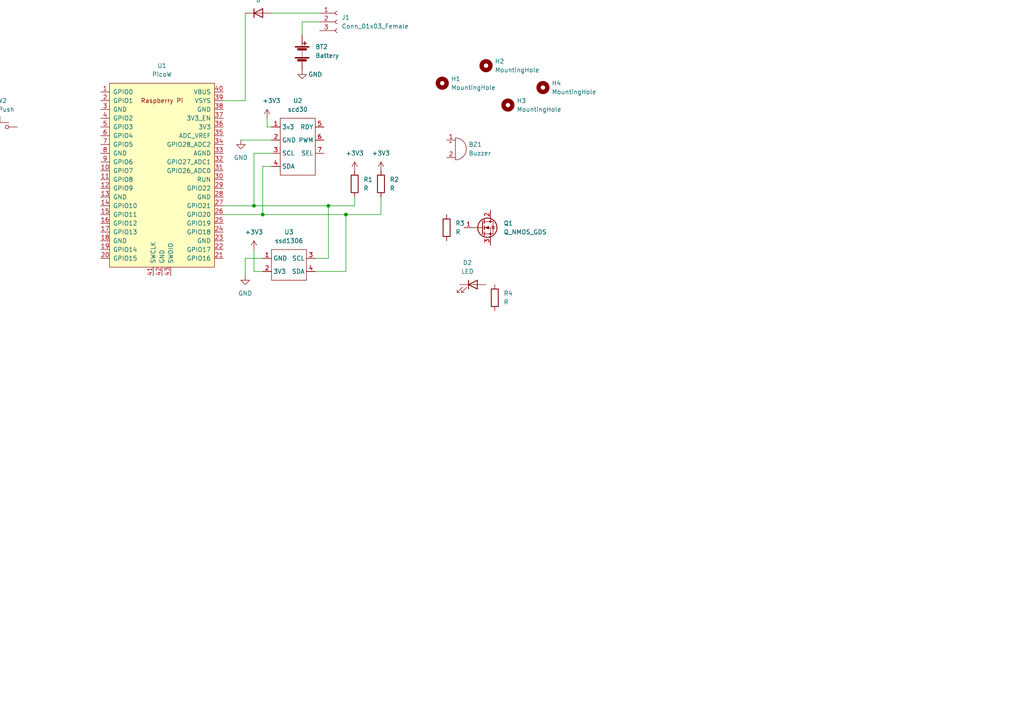
<source format=kicad_sch>
(kicad_sch (version 20211123) (generator eeschema)
  (paper "A4")
  (lib_symbols
    (symbol "Connector:Conn_01x03_Female" (pin_names (offset 1.016) hide)
      (property "Reference" "J" (at 0 5.08 0))
      (property "Value" "Conn_01x03_Female" (at 0 -5.08 0))
      (symbol "Conn_01x03_Female_1_1"
        (arc (start 0 -2.032) (mid -0.508 -2.54) (end 0 -3.048) (stroke (width 0.1524)))
        (polyline (pts (xy -1.27 -2.54) (xy -0.508 -2.54)) (stroke (width 0.1524)))
        (polyline (pts (xy -1.27 0) (xy -0.508 0)) (stroke (width 0.1524)))
        (polyline (pts (xy -1.27 2.54) (xy -0.508 2.54)) (stroke (width 0.1524)))
        (arc (start 0 0.508) (mid -0.508 0) (end 0 -0.508) (stroke (width 0.1524)))
        (arc (start 0 3.048) (mid -0.508 2.54) (end 0 2.032) (stroke (width 0.1524)))
        (pin passive line (at -5.08 2.54 0) (length 3.81) (name "Pin_1") (number "1"))
        (pin passive line (at -5.08 0 0) (length 3.81) (name "Pin_2") (number "2"))
        (pin passive line (at -5.08 -2.54 0) (length 3.81) (name "Pin_3") (number "3"))
      )
    )
    (symbol "Device:Battery" (pin_numbers hide) (pin_names (offset 0) hide)
      (property "Reference" "BT" (at 2.54 2.54 0))
      (property "Value" "Battery" (at 2.54 0 0))
      (symbol "Battery_0_1"
        (rectangle (start -2.032 -1.397) (end 2.032 -1.651) (fill (type outline)))
        (rectangle (start -2.032 1.778) (end 2.032 1.524) (fill (type outline)))
        (rectangle (start -1.3208 -1.9812) (end 1.27 -2.4892) (fill (type outline)))
        (rectangle (start -1.3208 1.1938) (end 1.27 0.6858) (fill (type outline)))
        (polyline (pts (xy 0 -1.524) (xy 0 -1.27)))
        (polyline (pts (xy 0 -1.016) (xy 0 -0.762)))
        (polyline (pts (xy 0 -0.508) (xy 0 -0.254)))
        (polyline (pts (xy 0 0) (xy 0 0.254)))
        (polyline (pts (xy 0 0.508) (xy 0 0.762)))
        (polyline (pts (xy 0 1.778) (xy 0 2.54)))
        (polyline (pts (xy 0.254 2.667) (xy 1.27 2.667)) (stroke (width 0.254)))
        (polyline (pts (xy 0.762 3.175) (xy 0.762 2.159)) (stroke (width 0.254)))
      )
      (symbol "Battery_1_1"
        (pin passive line (at 0 5.08 270) (length 2.54) (name "+") (number "1"))
        (pin passive line (at 0 -5.08 90) (length 2.54) (name "-") (number "2"))
      )
    )
    (symbol "Device:Buzzer" (pin_names (offset 0.0254) hide)
      (property "Reference" "BZ" (at 3.81 1.27 0))
      (property "Value" "Buzzer" (at 3.81 -1.27 0))
      (symbol "Buzzer_0_1"
        (arc (start 0 -3.175) (mid 3.175 0) (end 0 3.175))
        (polyline (pts (xy -1.651 1.905) (xy -1.143 1.905)))
        (polyline (pts (xy -1.397 2.159) (xy -1.397 1.651)))
        (polyline (pts (xy 0 3.175) (xy 0 -3.175)))
      )
      (symbol "Buzzer_1_1"
        (pin passive line (at -2.54 2.54 0) (length 2.54) (name "-") (number "1"))
        (pin passive line (at -2.54 -2.54 0) (length 2.54) (name "+") (number "2"))
      )
    )
    (symbol "Device:D" (pin_numbers hide) (pin_names (offset 1.016) hide)
      (property "Reference" "D" (at 0 2.54 0))
      (property "Value" "D" (at 0 -2.54 0))
      (symbol "D_0_1"
        (polyline (pts (xy -1.27 1.27) (xy -1.27 -1.27)) (stroke (width 0.254)))
        (polyline (pts (xy 1.27 0) (xy -1.27 0)))
        (polyline (pts (xy 1.27 1.27) (xy 1.27 -1.27) (xy -1.27 0) (xy 1.27 1.27)) (stroke (width 0.254)))
      )
      (symbol "D_1_1"
        (pin passive line (at -3.81 0 0) (length 2.54) (name "K") (number "1"))
        (pin passive line (at 3.81 0 180) (length 2.54) (name "A") (number "2"))
      )
    )
    (symbol "Device:LED" (pin_numbers hide) (pin_names (offset 1.016) hide)
      (property "Reference" "D" (at 0 2.54 0))
      (property "Value" "LED" (at 0 -2.54 0))
      (symbol "LED_0_1"
        (polyline (pts (xy -1.27 -1.27) (xy -1.27 1.27)) (stroke (width 0.254)))
        (polyline (pts (xy -1.27 0) (xy 1.27 0)))
        (polyline (pts (xy 1.27 -1.27) (xy 1.27 1.27) (xy -1.27 0) (xy 1.27 -1.27)) (stroke (width 0.254)))
        (polyline (pts (xy -3.048 -0.762) (xy -4.572 -2.286) (xy -3.81 -2.286) (xy -4.572 -2.286) (xy -4.572 -1.524)))
        (polyline (pts (xy -1.778 -0.762) (xy -3.302 -2.286) (xy -2.54 -2.286) (xy -3.302 -2.286) (xy -3.302 -1.524)))
      )
      (symbol "LED_1_1"
        (pin passive line (at -3.81 0 0) (length 2.54) (name "K") (number "1"))
        (pin passive line (at 3.81 0 180) (length 2.54) (name "A") (number "2"))
      )
    )
    (symbol "Device:Q_NMOS_GDS" (pin_names (offset 0) hide)
      (property "Reference" "Q" (at 5.08 1.27 0))
      (property "Value" "Q_NMOS_GDS" (at 5.08 -1.27 0))
      (symbol "Q_NMOS_GDS_0_1"
        (polyline (pts (xy 0.254 0) (xy -2.54 0)))
        (polyline (pts (xy 0.254 1.905) (xy 0.254 -1.905)) (stroke (width 0.254)))
        (polyline (pts (xy 0.762 -1.27) (xy 0.762 -2.286)) (stroke (width 0.254)))
        (polyline (pts (xy 0.762 0.508) (xy 0.762 -0.508)) (stroke (width 0.254)))
        (polyline (pts (xy 0.762 2.286) (xy 0.762 1.27)) (stroke (width 0.254)))
        (polyline (pts (xy 2.54 2.54) (xy 2.54 1.778)))
        (polyline (pts (xy 2.54 -2.54) (xy 2.54 0) (xy 0.762 0)))
        (polyline (pts (xy 0.762 -1.778) (xy 3.302 -1.778) (xy 3.302 1.778) (xy 0.762 1.778)))
        (polyline (pts (xy 1.016 0) (xy 2.032 0.381) (xy 2.032 -0.381) (xy 1.016 0)) (fill (type outline)))
        (polyline (pts (xy 2.794 0.508) (xy 2.921 0.381) (xy 3.683 0.381) (xy 3.81 0.254)))
        (polyline (pts (xy 3.302 0.381) (xy 2.921 -0.254) (xy 3.683 -0.254) (xy 3.302 0.381)))
        (circle (center 1.651 0) (radius 2.794) (stroke (width 0.254)))
        (circle (center 2.54 -1.778) (radius 0.254) (fill (type outline)))
        (circle (center 2.54 1.778) (radius 0.254) (fill (type outline)))
      )
      (symbol "Q_NMOS_GDS_1_1"
        (pin input line (at -5.08 0 0) (length 2.54) (name "G") (number "1"))
        (pin passive line (at 2.54 5.08 270) (length 2.54) (name "D") (number "2"))
        (pin passive line (at 2.54 -5.08 90) (length 2.54) (name "S") (number "3"))
      )
    )
    (symbol "Device:R" (pin_numbers hide) (pin_names (offset 0))
      (property "Reference" "R" (at 2.032 0 90))
      (property "Value" "R" (at 0 0 90))
      (symbol "R_0_1"
        (rectangle (start -1.016 -2.54) (end 1.016 2.54) (stroke (width 0.254)))
      )
      (symbol "R_1_1"
        (pin passive line (at 0 3.81 270) (length 1.27) (name "~") (number "1"))
        (pin passive line (at 0 -3.81 90) (length 1.27) (name "~") (number "2"))
      )
    )
    (symbol "Mechanical:MountingHole" (pin_names (offset 1.016))
      (property "Reference" "H" (at 0 5.08 0))
      (property "Value" "MountingHole" (at 0 3.175 0))
      (symbol "MountingHole_0_1"
        (circle (center 0 0) (radius 1.27) (stroke (width 1.27)))
      )
    )
    (symbol "RPi_Pico:PicoW" (pin_names (offset 1.016))
      (property "Reference" "U" (at -13.97 27.94 0))
      (property "Value" "PicoW" (at 0 19.05 0))
      (symbol "PicoW_0_0"
        (text "Raspberry Pi" (at 0 21.59 0) (effects (font (size 1.27 1.27))))
      )
      (symbol "PicoW_0_1"
        (rectangle (start -15.24 26.67) (end 15.24 -26.67) (fill (type background)))
      )
      (symbol "PicoW_1_1"
        (pin bidirectional line (at -17.78 24.13 0) (length 2.54) (name "GPIO0") (number "1"))
        (pin bidirectional line (at -17.78 1.27 0) (length 2.54) (name "GPIO7") (number "10"))
        (pin bidirectional line (at -17.78 -1.27 0) (length 2.54) (name "GPIO8") (number "11"))
        (pin bidirectional line (at -17.78 -3.81 0) (length 2.54) (name "GPIO9") (number "12"))
        (pin power_in line (at -17.78 -6.35 0) (length 2.54) (name "GND") (number "13"))
        (pin bidirectional line (at -17.78 -8.89 0) (length 2.54) (name "GPIO10") (number "14"))
        (pin bidirectional line (at -17.78 -11.43 0) (length 2.54) (name "GPIO11") (number "15"))
        (pin bidirectional line (at -17.78 -13.97 0) (length 2.54) (name "GPIO12") (number "16"))
        (pin bidirectional line (at -17.78 -16.51 0) (length 2.54) (name "GPIO13") (number "17"))
        (pin power_in line (at -17.78 -19.05 0) (length 2.54) (name "GND") (number "18"))
        (pin bidirectional line (at -17.78 -21.59 0) (length 2.54) (name "GPIO14") (number "19"))
        (pin bidirectional line (at -17.78 21.59 0) (length 2.54) (name "GPIO1") (number "2"))
        (pin bidirectional line (at -17.78 -24.13 0) (length 2.54) (name "GPIO15") (number "20"))
        (pin bidirectional line (at 17.78 -24.13 180) (length 2.54) (name "GPIO16") (number "21"))
        (pin bidirectional line (at 17.78 -21.59 180) (length 2.54) (name "GPIO17") (number "22"))
        (pin power_in line (at 17.78 -19.05 180) (length 2.54) (name "GND") (number "23"))
        (pin bidirectional line (at 17.78 -16.51 180) (length 2.54) (name "GPIO18") (number "24"))
        (pin bidirectional line (at 17.78 -13.97 180) (length 2.54) (name "GPIO19") (number "25"))
        (pin bidirectional line (at 17.78 -11.43 180) (length 2.54) (name "GPIO20") (number "26"))
        (pin bidirectional line (at 17.78 -8.89 180) (length 2.54) (name "GPIO21") (number "27"))
        (pin power_in line (at 17.78 -6.35 180) (length 2.54) (name "GND") (number "28"))
        (pin bidirectional line (at 17.78 -3.81 180) (length 2.54) (name "GPIO22") (number "29"))
        (pin power_in line (at -17.78 19.05 0) (length 2.54) (name "GND") (number "3"))
        (pin input line (at 17.78 -1.27 180) (length 2.54) (name "RUN") (number "30"))
        (pin bidirectional line (at 17.78 1.27 180) (length 2.54) (name "GPIO26_ADC0") (number "31"))
        (pin bidirectional line (at 17.78 3.81 180) (length 2.54) (name "GPIO27_ADC1") (number "32"))
        (pin power_in line (at 17.78 6.35 180) (length 2.54) (name "AGND") (number "33"))
        (pin bidirectional line (at 17.78 8.89 180) (length 2.54) (name "GPIO28_ADC2") (number "34"))
        (pin unspecified line (at 17.78 11.43 180) (length 2.54) (name "ADC_VREF") (number "35"))
        (pin unspecified line (at 17.78 13.97 180) (length 2.54) (name "3V3") (number "36"))
        (pin input line (at 17.78 16.51 180) (length 2.54) (name "3V3_EN") (number "37"))
        (pin bidirectional line (at 17.78 19.05 180) (length 2.54) (name "GND") (number "38"))
        (pin unspecified line (at 17.78 21.59 180) (length 2.54) (name "VSYS") (number "39"))
        (pin bidirectional line (at -17.78 16.51 0) (length 2.54) (name "GPIO2") (number "4"))
        (pin unspecified line (at 17.78 24.13 180) (length 2.54) (name "VBUS") (number "40"))
        (pin input line (at -2.54 -29.21 90) (length 2.54) (name "SWCLK") (number "41"))
        (pin power_in line (at 0 -29.21 90) (length 2.54) (name "GND") (number "42"))
        (pin bidirectional line (at 2.54 -29.21 90) (length 2.54) (name "SWDIO") (number "43"))
        (pin bidirectional line (at -17.78 13.97 0) (length 2.54) (name "GPIO3") (number "5"))
        (pin bidirectional line (at -17.78 11.43 0) (length 2.54) (name "GPIO4") (number "6"))
        (pin bidirectional line (at -17.78 8.89 0) (length 2.54) (name "GPIO5") (number "7"))
        (pin power_in line (at -17.78 6.35 0) (length 2.54) (name "GND") (number "8"))
        (pin bidirectional line (at -17.78 3.81 0) (length 2.54) (name "GPIO6") (number "9"))
      )
    )
    (symbol "Switch:SW_Push" (pin_numbers hide) (pin_names (offset 1.016) hide)
      (property "Reference" "SW" (at 1.27 2.54 0))
      (property "Value" "SW_Push" (at 0 -1.524 0))
      (symbol "SW_Push_0_1"
        (circle (center -2.032 0) (radius 0.508))
        (polyline (pts (xy 0 1.27) (xy 0 3.048)))
        (polyline (pts (xy 2.54 1.27) (xy -2.54 1.27)))
        (circle (center 2.032 0) (radius 0.508))
        (pin passive line (at -5.08 0 0) (length 2.54) (name "1") (number "1"))
        (pin passive line (at 5.08 0 180) (length 2.54) (name "2") (number "2"))
      )
    )
    (symbol "picoco2:ssd1306"
      (property "Reference" "U" (at 0 0 0))
      (property "Value" "ssd1306" (at 0 0 0))
      (symbol "ssd1306_0_1"
        (rectangle (start 3.81 -1.27) (end -6.35 -10.16))
      )
      (symbol "ssd1306_1_1"
        (pin input line (at -8.89 -3.81 0) (length 2.54) (name "GND") (number "1"))
        (pin input line (at -8.89 -7.62 0) (length 2.54) (name "3V3") (number "2"))
        (pin input line (at 6.35 -3.81 180) (length 2.54) (name "SCL") (number "3"))
        (pin input line (at 6.35 -7.62 180) (length 2.54) (name "SDA") (number "4"))
      )
    )
    (symbol "power:+3V3" (power) (pin_names (offset 0))
      (property "Value" "+3V3" (at 0 3.556 0))
      (symbol "+3V3_0_1"
        (polyline (pts (xy -0.762 1.27) (xy 0 2.54)))
        (polyline (pts (xy 0 0) (xy 0 2.54)))
        (polyline (pts (xy 0 2.54) (xy 0.762 1.27)))
      )
      (symbol "+3V3_1_1"
        (pin power_in line (at 0 0 90) (length 0) hide (name "+3V3") (number "1"))
      )
    )
    (symbol "power:GND" (power) (pin_names (offset 0))
      (property "Value" "GND" (at 0 -3.81 0))
      (symbol "GND_0_1"
        (polyline (pts (xy 0 0) (xy 0 -1.27) (xy 1.27 -1.27) (xy 0 -2.54) (xy -1.27 -1.27) (xy 0 -1.27)))
      )
      (symbol "GND_1_1"
        (pin power_in line (at 0 0 270) (length 0) hide (name "GND") (number "1"))
      )
    )
    (symbol "scd30:scd30"
      (property "Reference" "U" (at 1.27 3.81 0))
      (property "Value" "scd30" (at 1.27 6.35 0))
      (symbol "scd30_0_1"
        (rectangle (start -3.81 2.54) (end 6.35 -13.97))
      )
      (symbol "scd30_1_1"
        (pin input line (at -6.35 0 0) (length 2.54) (name "3v3") (number "1"))
        (pin input line (at -6.35 -3.81 0) (length 2.54) (name "GND") (number "2"))
        (pin input line (at -6.35 -7.62 0) (length 2.54) (name "SCL") (number "3"))
        (pin input line (at -6.35 -11.43 0) (length 2.54) (name "SDA") (number "4"))
        (pin input line (at 8.89 0 180) (length 2.54) (name "RDY") (number "5"))
        (pin input line (at 8.89 -3.81 180) (length 2.54) (name "PWM") (number "6"))
        (pin input line (at 8.89 -7.62 180) (length 2.54) (name "SEL") (number "7"))
      )
    )
  )
  (junction (at 95.25 59.69))
  (junction (at 73.66 59.69))
  (junction (at 100.33 62.23))
  (junction (at 76.2 62.23))
  (wire (pts (xy 95.25 59.69) (xy 102.87 59.69)))
  (wire (pts (xy 78.74 3.81) (xy 92.71 3.81)))
  (wire (pts (xy 73.66 59.69) (xy 95.25 59.69)))
  (wire (pts (xy 100.33 78.74) (xy 100.33 62.23)))
  (wire (pts (xy 73.66 72.39) (xy 73.66 78.74)))
  (wire (pts (xy 92.71 6.35) (xy 87.63 6.35)))
  (wire (pts (xy 76.2 62.23) (xy 100.33 62.23)))
  (wire (pts (xy 71.12 3.81) (xy 71.12 29.21)))
  (wire (pts (xy 91.44 78.74) (xy 100.33 78.74)))
  (wire (pts (xy 76.2 48.26) (xy 76.2 62.23)))
  (wire (pts (xy 78.74 48.26) (xy 76.2 48.26)))
  (wire (pts (xy 69.85 40.64) (xy 78.74 40.64)))
  (wire (pts (xy 91.44 74.93) (xy 95.25 74.93)))
  (wire (pts (xy 73.66 59.69) (xy 73.66 44.45)))
  (wire (pts (xy 71.12 74.93) (xy 71.12 80.01)))
  (wire (pts (xy 100.33 62.23) (xy 110.49 62.23)))
  (wire (pts (xy 77.47 34.29) (xy 77.47 36.83)))
  (wire (pts (xy 87.63 6.35) (xy 87.63 10.16)))
  (wire (pts (xy 76.2 74.93) (xy 71.12 74.93)))
  (wire (pts (xy 78.74 36.83) (xy 77.47 36.83)))
  (wire (pts (xy 102.87 57.15) (xy 102.87 59.69)))
  (wire (pts (xy 76.2 78.74) (xy 73.66 78.74)))
  (wire (pts (xy 73.66 44.45) (xy 78.74 44.45)))
  (wire (pts (xy 76.2 62.23) (xy 64.77 62.23)))
  (wire (pts (xy 64.77 59.69) (xy 73.66 59.69)))
  (wire (pts (xy 95.25 74.93) (xy 95.25 59.69)))
  (wire (pts (xy 110.49 62.23) (xy 110.49 57.15)))
  (wire (pts (xy 64.77 29.21) (xy 71.12 29.21)))
  (text "batt on/off" (at 90.17 0 0) (effects (font (size 1.27 1.27)) (justify left bottom)))
  (symbol (lib_id "Connector:Conn_01x03_Female") (at 97.79 6.35 0) (unit 1)
    (property "Reference" "J1" (at 99.06 5.0799 0) (effects (justify left)))
    (property "Value" "Conn_01x03_Female" (at 99.06 7.6199 0) (effects (justify left)))
    (property "Footprint" "Connector_PinSocket_2.54mm:PinSocket_1x03_P2.54mm_Vertical" (effects hide))
  )
  (symbol (lib_id "power:+3V3") (at 73.66 72.39 0) (unit 1)
    (property "Reference" "#PWR0105" (effects hide))
    (property "Value" "+3V3" (at 73.66 67.31 0))
  )
  (symbol (lib_id "Mechanical:MountingHole") (at 140.97 19.05 0) (unit 1)
    (property "Reference" "H2" (at 143.51 17.7799 0) (effects (justify left)))
    (property "Value" "MountingHole" (at 143.51 20.3199 0) (effects (justify left)))
    (property "Footprint" "MountingHole:MountingHole_3.2mm_M3" (effects hide))
  )
  (symbol (lib_id "power:GND") (at 87.63 20.32 0) (unit 1)
    (property "Reference" "#PWR0107" (effects hide))
    (property "Value" "GND" (at 91.44 21.59 0))
  )
  (symbol (lib_id "Device:Q_NMOS_GDS") (at 139.7 66.04 0) (unit 1)
    (property "Reference" "Q1" (at 146.05 64.7699 0) (effects (justify left)))
    (property "Value" "Q_NMOS_GDS" (at 146.05 67.3099 0) (effects (justify left)))
    (property "Footprint" "Package_TO_SOT_THT:TO-220-3_Horizontal_TabDown" (effects hide))
  )
  (symbol (lib_id "Device:R") (at 110.49 53.34 0) (unit 1)
    (property "Reference" "R2" (at 113.03 52.0699 0) (effects (justify left)))
    (property "Value" "R" (at 113.03 54.6099 0) (effects (justify left)))
    (property "Footprint" "Resistor_THT:R_Axial_DIN0207_L6.3mm_D2.5mm_P7.62mm_Horizontal" (effects hide))
  )
  (symbol (lib_id "Device:R") (at 102.87 53.34 0) (unit 1)
    (property "Reference" "R1" (at 105.41 52.0699 0) (effects (justify left)))
    (property "Value" "R" (at 105.41 54.6099 0) (effects (justify left)))
    (property "Footprint" "Resistor_THT:R_Axial_DIN0207_L6.3mm_D2.5mm_P7.62mm_Horizontal" (effects hide))
  )
  (symbol (lib_id "power:GND") (at 71.12 80.01 0) (unit 1)
    (property "Reference" "#PWR0106" (effects hide))
    (property "Value" "GND" (at 71.12 85.09 0))
  )
  (symbol (lib_id "RPi_Pico:PicoW") (at 46.99 50.8 0) (unit 1)
    (property "Reference" "U1" (at 46.99 19.05 0))
    (property "Value" "PicoW" (at 46.99 21.59 0))
    (property "Footprint" "RPi_Pico:RPi_PicoW_SMD_TH" (effects hide))
  )
  (symbol (lib_id "power:GND") (at 69.85 40.64 0) (unit 1)
    (property "Reference" "#PWR0103" (effects hide))
    (property "Value" "GND" (at 69.85 45.72 0))
  )
  (symbol (lib_id "Device:R") (at 129.54 66.04 0) (unit 1)
    (property "Reference" "R3" (at 132.08 64.7699 0) (effects (justify left)))
    (property "Value" "R" (at 132.08 67.3099 0) (effects (justify left)))
    (property "Footprint" "Resistor_THT:R_Axial_DIN0207_L6.3mm_D2.5mm_P7.62mm_Horizontal" (effects hide))
  )
  (symbol (lib_id "scd30:scd30") (at 85.09 36.83 0) (unit 1)
    (property "Reference" "U2" (at 86.36 29.21 0))
    (property "Value" "scd30" (at 86.36 31.75 0))
    (property "Footprint" "picoco2:scd30_a" (effects hide))
  )
  (symbol (lib_id "Mechanical:MountingHole") (at 128.27 24.13 0) (unit 1)
    (property "Reference" "H1" (at 130.81 22.8599 0) (effects (justify left)))
    (property "Value" "MountingHole" (at 130.81 25.3999 0) (effects (justify left)))
    (property "Footprint" "MountingHole:MountingHole_3.2mm_M3" (effects hide))
  )
  (symbol (lib_id "power:+3V3") (at 77.47 34.29 0) (unit 1)
    (property "Reference" "#PWR0104" (effects hide))
    (property "Value" "+3V3" (at 78.74 29.21 0))
  )
  (symbol (lib_id "Device:D") (at 74.93 3.81 0) (unit 1)
    (property "Reference" "D1" (at 74.93 -2.54 0))
    (property "Value" "D" (at 74.93 0 0))
    (property "Footprint" "Diode_THT:D_A-405_P7.62mm_Horizontal" (effects hide))
  )
  (symbol (lib_id "power:+3V3") (at 110.49 49.53 0) (unit 1)
    (property "Reference" "#PWR0102" (effects hide))
    (property "Value" "+3V3" (at 110.49 44.45 0))
  )
  (symbol (lib_id "picoco2:ssd1306") (at 85.09 71.12 0) (unit 1)
    (property "Reference" "U3" (at 83.82 67.31 0))
    (property "Value" "ssd1306" (at 83.82 69.85 0))
    (property "Footprint" "picoco2:ssd1306_a" (effects hide))
  )
  (symbol (lib_id "Mechanical:MountingHole") (at 157.48 25.4 0) (unit 1)
    (property "Reference" "H4" (at 160.02 24.1299 0) (effects (justify left)))
    (property "Value" "MountingHole" (at 160.02 26.6699 0) (effects (justify left)))
    (property "Footprint" "MountingHole:MountingHole_3.2mm_M3" (effects hide))
  )
  (symbol (lib_id "Device:R") (at 143.51 86.36 0) (unit 1)
    (property "Reference" "R4" (at 146.05 85.0899 0) (effects (justify left)))
    (property "Value" "R" (at 146.05 87.6299 0) (effects (justify left)))
    (property "Footprint" "Resistor_THT:R_Axial_DIN0207_L6.3mm_D2.5mm_P7.62mm_Horizontal" (effects hide))
  )
  (symbol (lib_id "Mechanical:MountingHole") (at 147.32 30.48 0) (unit 1)
    (property "Reference" "H3" (at 149.86 29.2099 0) (effects (justify left)))
    (property "Value" "MountingHole" (at 149.86 31.7499 0) (effects (justify left)))
    (property "Footprint" "MountingHole:MountingHole_3.2mm_M3" (effects hide))
  )
  (symbol (lib_id "Switch:SW_Push") (at -16.51 36.83 0) (unit 1)
    (property "Reference" "SW1" (at -16.51 29.21 0))
    (property "Value" "SW_Push" (at -16.51 31.75 0))
    (property "Footprint" "Button_Switch_THT:SW_Tactile_SPST_Angled_PTS645Vx31-2LFS" (effects hide))
  )
  (symbol (lib_id "Device:Battery") (at 87.63 15.24 0) (unit 1)
    (property "Reference" "BT2" (at 91.44 13.5889 0) (effects (justify left)))
    (property "Value" "Battery" (at 91.44 16.1289 0) (effects (justify left)))
    (property "Footprint" "Battery:BatteryHolder_Keystone_2468_2xAAA" (effects hide))
  )
  (symbol (lib_id "power:+3V3") (at 102.87 49.53 0) (unit 1)
    (property "Reference" "#PWR0101" (effects hide))
    (property "Value" "+3V3" (at 102.87 44.45 0))
  )
  (symbol (lib_id "Switch:SW_Push") (at 0 36.83 0) (unit 1)
    (property "Reference" "SW2" (at 0 29.21 0))
    (property "Value" "SW_Push" (at 0 31.75 0))
    (property "Footprint" "Button_Switch_THT:SW_Tactile_SPST_Angled_PTS645Vx31-2LFS" (effects hide))
  )
  (symbol (lib_id "Device:LED") (at 137.16 82.55 0) (unit 1)
    (property "Reference" "D2" (at 135.5725 76.2 0))
    (property "Value" "LED" (at 135.5725 78.74 0))
    (property "Footprint" "LED_THT:LED_D5.0mm" (effects hide))
  )
  (symbol (lib_id "Device:Buzzer") (at 132.08 43.18 0) (unit 1)
    (property "Reference" "BZ1" (at 135.89 41.9099 0) (effects (justify left)))
    (property "Value" "Buzzer" (at 135.89 44.4499 0) (effects (justify left)))
    (property "Footprint" "Buzzer_Beeper:Buzzer_12x9.5RM7.6" (effects hide))
  )
)
</source>
